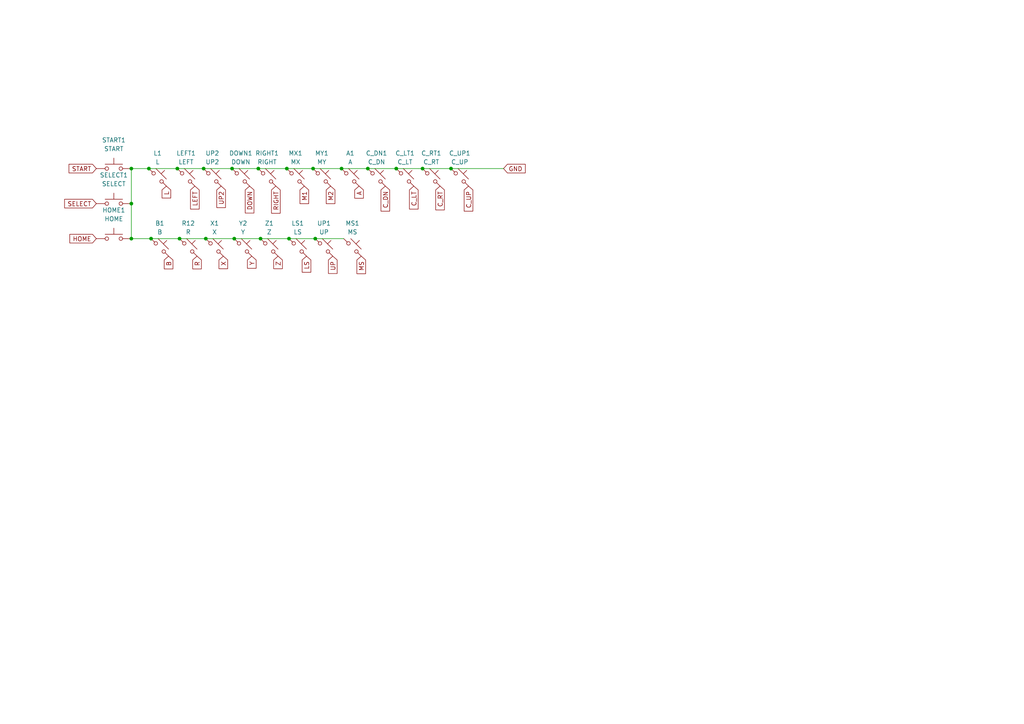
<source format=kicad_sch>
(kicad_sch (version 20231120) (generator "eeschema") (generator_version "8.0")
  (paper "A4")
  (lib_symbols
    (symbol "Switch:SW_Push" (pin_numbers hide) (pin_names (offset 1.016) hide)
      (property "Reference" "SW" (at 1.27 2.54 0))
      (property "Value" "SW_Push" (at 0 -1.524 0))
      (symbol "SW_Push_0_1"
        (circle (center -2.032 0) (radius 0.508))
        (polyline (pts (xy 0 1.27) (xy 0 3.048)))
        (polyline (pts (xy 2.54 1.27) (xy -2.54 1.27)))
        (circle (center 2.032 0) (radius 0.508))
        (pin passive line (at -5.08 0 0) (length 2.54) (name "1") (number "1"))
        (pin passive line (at 5.08 0 180) (length 2.54) (name "2") (number "2"))
      )
    )
    (symbol "Switch:SW_Push_45deg" (pin_numbers hide) (pin_names (offset 1.016) hide)
      (property "Reference" "SW" (at 3.048 1.016 0))
      (property "Value" "SW_Push_45deg" (at 0 -3.81 0))
      (symbol "SW_Push_45deg_0_1"
        (circle (center -1.1684 1.1684) (radius 0.508))
        (polyline (pts (xy -0.508 2.54) (xy 2.54 -0.508)))
        (polyline (pts (xy 1.016 1.016) (xy 2.032 2.032)))
        (polyline (pts (xy -2.54 2.54) (xy -1.524 1.524) (xy -1.524 1.524)))
        (polyline (pts (xy 1.524 -1.524) (xy 2.54 -2.54) (xy 2.54 -2.54) (xy 2.54 -2.54)))
        (circle (center 1.143 -1.1938) (radius 0.508))
        (pin passive line (at -2.54 2.54 0) (length 0) (name "1") (number "1"))
        (pin passive line (at 2.54 -2.54 180) (length 0) (name "2") (number "2"))
      )
    )
  )
  (junction (at 130.81 48.895))
  (junction (at 52.07 69.215))
  (junction (at 38.1 69.215))
  (junction (at 51.435 48.895))
  (junction (at 43.815 69.215))
  (junction (at 106.68 48.895))
  (junction (at 38.1 59.055))
  (junction (at 74.93 48.895))
  (junction (at 59.055 48.895))
  (junction (at 122.555 48.895))
  (junction (at 67.31 48.895))
  (junction (at 83.82 69.215))
  (junction (at 38.1 48.895))
  (junction (at 43.18 48.895))
  (junction (at 59.69 69.215))
  (junction (at 91.44 69.215))
  (junction (at 83.185 48.895))
  (junction (at 114.935 48.895))
  (junction (at 90.805 48.895))
  (junction (at 75.565 69.215))
  (junction (at 99.06 48.895))
  (junction (at 67.945 69.215))
  (wire (pts (xy 43.815 69.215) (xy 52.07 69.215)))
  (wire (pts (xy 75.565 69.215) (xy 83.82 69.215)))
  (wire (pts (xy 122.555 48.895) (xy 114.935 48.895)))
  (wire (pts (xy 38.1 59.055) (xy 38.1 69.215)))
  (wire (pts (xy 51.435 48.895) (xy 43.18 48.895)))
  (wire (pts (xy 38.1 48.895) (xy 38.1 59.055)))
  (wire (pts (xy 130.81 48.895) (xy 122.555 48.895)))
  (wire (pts (xy 74.93 48.895) (xy 67.31 48.895)))
  (wire (pts (xy 38.1 69.215) (xy 43.815 69.215)))
  (wire (pts (xy 90.805 48.895) (xy 83.185 48.895)))
  (wire (pts (xy 83.185 48.895) (xy 74.93 48.895)))
  (wire (pts (xy 146.05 48.895) (xy 130.81 48.895)))
  (wire (pts (xy 59.69 69.215) (xy 67.945 69.215)))
  (wire (pts (xy 99.06 48.895) (xy 90.805 48.895)))
  (wire (pts (xy 91.44 69.215) (xy 99.695 69.215)))
  (wire (pts (xy 67.31 48.895) (xy 59.055 48.895)))
  (wire (pts (xy 106.68 48.895) (xy 99.06 48.895)))
  (wire (pts (xy 59.055 48.895) (xy 51.435 48.895)))
  (wire (pts (xy 52.07 69.215) (xy 59.69 69.215)))
  (wire (pts (xy 83.82 69.215) (xy 91.44 69.215)))
  (wire (pts (xy 114.935 48.895) (xy 106.68 48.895)))
  (wire (pts (xy 43.18 48.895) (xy 38.1 48.895)))
  (wire (pts (xy 67.945 69.215) (xy 75.565 69.215)))
  (global_label "GND" (shape input) (at 146.05 48.895 0) (property "Intersheetrefs" "${INTERSHEET_REFS}" (effects (hide yes))))
  (global_label "C_DN" (shape input) (at 111.76 53.975 270) (property "Intersheetrefs" "${INTERSHEET_REFS}" (effects (hide yes))))
  (global_label "C_RT" (shape input) (at 127.635 53.975 270) (property "Intersheetrefs" "${INTERSHEET_REFS}" (effects (hide yes))))
  (global_label "START" (shape input) (at 27.94 48.895 180) (property "Intersheetrefs" "${INTERSHEET_REFS}" (effects (hide yes))))
  (global_label "R" (shape input) (at 57.15 74.295 270) (property "Intersheetrefs" "${INTERSHEET_REFS}" (effects (hide yes))))
  (global_label "UP" (shape input) (at 96.52 74.295 270) (property "Intersheetrefs" "${INTERSHEET_REFS}" (effects (hide yes))))
  (global_label "HOME" (shape input) (at 27.94 69.215 180) (property "Intersheetrefs" "${INTERSHEET_REFS}" (effects (hide yes))))
  (global_label "UP2" (shape input) (at 64.135 53.975 270) (property "Intersheetrefs" "${INTERSHEET_REFS}" (effects (hide yes))))
  (global_label "M1" (shape input) (at 88.265 53.975 270) (property "Intersheetrefs" "${INTERSHEET_REFS}" (effects (hide yes))))
  (global_label "RIGHT" (shape input) (at 80.01 53.975 270) (property "Intersheetrefs" "${INTERSHEET_REFS}" (effects (hide yes))))
  (global_label "M2" (shape input) (at 95.885 53.975 270) (property "Intersheetrefs" "${INTERSHEET_REFS}" (effects (hide yes))))
  (global_label "SELECT" (shape input) (at 27.94 59.055 180) (property "Intersheetrefs" "${INTERSHEET_REFS}" (effects (hide yes))))
  (global_label "DOWN" (shape input) (at 72.39 53.975 270) (property "Intersheetrefs" "${INTERSHEET_REFS}" (effects (hide yes))))
  (global_label "A" (shape input) (at 104.14 53.975 270) (property "Intersheetrefs" "${INTERSHEET_REFS}" (effects (hide yes))))
  (global_label "L" (shape input) (at 48.26 53.975 270) (property "Intersheetrefs" "${INTERSHEET_REFS}" (effects (hide yes))))
  (global_label "C_UP" (shape input) (at 135.89 53.975 270) (property "Intersheetrefs" "${INTERSHEET_REFS}" (effects (hide yes))))
  (global_label "LS" (shape input) (at 88.9 74.295 270) (property "Intersheetrefs" "${INTERSHEET_REFS}" (effects (hide yes))))
  (global_label "Y" (shape input) (at 73.025 74.295 270) (property "Intersheetrefs" "${INTERSHEET_REFS}" (effects (hide yes))))
  (global_label "X" (shape input) (at 64.77 74.295 270) (property "Intersheetrefs" "${INTERSHEET_REFS}" (effects (hide yes))))
  (global_label "C_LT" (shape input) (at 120.015 53.975 270) (property "Intersheetrefs" "${INTERSHEET_REFS}" (effects (hide yes))))
  (global_label "MS" (shape input) (at 104.775 74.295 270) (property "Intersheetrefs" "${INTERSHEET_REFS}" (effects (hide yes))))
  (global_label "B" (shape input) (at 48.895 74.295 270) (property "Intersheetrefs" "${INTERSHEET_REFS}" (effects (hide yes))))
  (global_label "LEFT" (shape input) (at 56.515 53.975 270) (property "Intersheetrefs" "${INTERSHEET_REFS}" (effects (hide yes))))
  (global_label "Z" (shape input) (at 80.645 74.295 270) (property "Intersheetrefs" "${INTERSHEET_REFS}" (effects (hide yes))))
  (symbol (lib_id "Switch:SW_Push_45deg") (at 69.85 51.435 0) (unit 1)
    (property "Reference" "DOWN1" (at 69.85 44.45 0))
    (property "Value" "DOWN" (at 69.85 46.99 0))
    (property "Footprint" "PCM_marbastlib-mx:SW_MX_HS_CPG151101S11_1u" (effects (hide yes)))
    (property "Description" "Push button switch, normally open, two pins, 45° tilted" (effects (hide yes)))
  )
  (symbol (lib_id "Switch:SW_Push_45deg") (at 53.975 51.435 0) (unit 1)
    (property "Reference" "LEFT1" (at 53.975 44.45 0))
    (property "Value" "LEFT" (at 53.975 46.99 0))
    (property "Footprint" "PCM_marbastlib-mx:SW_MX_HS_CPG151101S11_1u" (effects (hide yes)))
    (property "Description" "Push button switch, normally open, two pins, 45° tilted" (effects (hide yes)))
  )
  (symbol (lib_id "Switch:SW_Push_45deg") (at 109.22 51.435 0) (unit 1)
    (property "Reference" "C_DN1" (at 109.22 44.45 0))
    (property "Value" "C_DN" (at 109.22 46.99 0))
    (property "Footprint" "PCM_marbastlib-mx:SW_MX_HS_CPG151101S11_1u" (effects (hide yes)))
    (property "Description" "Push button switch, normally open, two pins, 45° tilted" (effects (hide yes)))
  )
  (symbol (lib_id "Switch:SW_Push_45deg") (at 93.98 71.755 0) (unit 1)
    (property "Reference" "UP1" (at 93.98 64.77 0))
    (property "Value" "UP" (at 93.98 67.31 0))
    (property "Footprint" "PCM_marbastlib-mx:SW_MX_HS_CPG151101S11_1u" (effects (hide yes)))
    (property "Description" "Push button switch, normally open, two pins, 45° tilted" (effects (hide yes)))
  )
  (symbol (lib_id "Switch:SW_Push_45deg") (at 46.355 71.755 0) (unit 1)
    (property "Reference" "B1" (at 46.355 64.77 0))
    (property "Value" "B" (at 46.355 67.31 0))
    (property "Footprint" "PCM_marbastlib-mx:SW_MX_HS_CPG151101S11_1u" (effects (hide yes)))
    (property "Description" "Push button switch, normally open, two pins, 45° tilted" (effects (hide yes)))
  )
  (symbol (lib_id "Switch:SW_Push") (at 33.02 48.895 0) (unit 1)
    (property "Reference" "START1" (at 33.02 40.64 0))
    (property "Value" "START" (at 33.02 43.18 0))
    (property "Footprint" "Button_Switch_THT:SW_PUSH_6mm_H7.3mm" (effects (hide yes)))
    (property "Description" "Push button switch, generic, two pins" (effects (hide yes)))
  )
  (symbol (lib_id "Switch:SW_Push_45deg") (at 62.23 71.755 0) (unit 1)
    (property "Reference" "X1" (at 62.23 64.77 0))
    (property "Value" "X" (at 62.23 67.31 0))
    (property "Footprint" "PCM_marbastlib-mx:SW_MX_HS_CPG151101S11_1u" (effects (hide yes)))
    (property "Description" "Push button switch, normally open, two pins, 45° tilted" (effects (hide yes)))
  )
  (symbol (lib_id "Switch:SW_Push_45deg") (at 70.485 71.755 0) (unit 1)
    (property "Reference" "Y2" (at 70.485 64.77 0))
    (property "Value" "Y" (at 70.485 67.31 0))
    (property "Footprint" "PCM_marbastlib-mx:SW_MX_HS_CPG151101S11_1u" (effects (hide yes)))
    (property "Description" "Push button switch, normally open, two pins, 45° tilted" (effects (hide yes)))
  )
  (symbol (lib_id "Switch:SW_Push_45deg") (at 133.35 51.435 0) (unit 1)
    (property "Reference" "C_UP1" (at 133.35 44.45 0))
    (property "Value" "C_UP" (at 133.35 46.99 0))
    (property "Footprint" "PCM_marbastlib-mx:SW_MX_HS_CPG151101S11_1u" (effects (hide yes)))
    (property "Description" "Push button switch, normally open, two pins, 45° tilted" (effects (hide yes)))
  )
  (symbol (lib_id "Switch:SW_Push_45deg") (at 77.47 51.435 0) (unit 1)
    (property "Reference" "RIGHT1" (at 77.47 44.45 0))
    (property "Value" "RIGHT" (at 77.47 46.99 0))
    (property "Footprint" "PCM_marbastlib-mx:SW_MX_HS_CPG151101S11_1u" (effects (hide yes)))
    (property "Description" "Push button switch, normally open, two pins, 45° tilted" (effects (hide yes)))
  )
  (symbol (lib_id "Switch:SW_Push_45deg") (at 78.105 71.755 0) (unit 1)
    (property "Reference" "Z1" (at 78.105 64.77 0))
    (property "Value" "Z" (at 78.105 67.31 0))
    (property "Footprint" "PCM_marbastlib-mx:SW_MX_HS_CPG151101S11_1u" (effects (hide yes)))
    (property "Description" "Push button switch, normally open, two pins, 45° tilted" (effects (hide yes)))
  )
  (symbol (lib_id "Switch:SW_Push_45deg") (at 45.72 51.435 0) (unit 1)
    (property "Reference" "L1" (at 45.72 44.45 0))
    (property "Value" "L" (at 45.72 46.99 0))
    (property "Footprint" "PCM_marbastlib-mx:SW_MX_HS_CPG151101S11_1u" (effects (hide yes)))
    (property "Description" "Push button switch, normally open, two pins, 45° tilted" (effects (hide yes)))
  )
  (symbol (lib_id "Switch:SW_Push_45deg") (at 102.235 71.755 0) (unit 1)
    (property "Reference" "MS1" (at 102.235 64.77 0))
    (property "Value" "MS" (at 102.235 67.31 0))
    (property "Footprint" "PCM_marbastlib-mx:SW_MX_HS_CPG151101S11_1u" (effects (hide yes)))
    (property "Description" "Push button switch, normally open, two pins, 45° tilted" (effects (hide yes)))
  )
  (symbol (lib_id "Switch:SW_Push_45deg") (at 54.61 71.755 0) (unit 1)
    (property "Reference" "R12" (at 54.61 64.77 0))
    (property "Value" "R" (at 54.61 67.31 0))
    (property "Footprint" "PCM_marbastlib-mx:SW_MX_HS_CPG151101S11_1u" (effects (hide yes)))
    (property "Description" "Push button switch, normally open, two pins, 45° tilted" (effects (hide yes)))
  )
  (symbol (lib_id "Switch:SW_Push_45deg") (at 125.095 51.435 0) (unit 1)
    (property "Reference" "C_RT1" (at 125.095 44.45 0))
    (property "Value" "C_RT" (at 125.095 46.99 0))
    (property "Footprint" "PCM_marbastlib-mx:SW_MX_HS_CPG151101S11_1u" (effects (hide yes)))
    (property "Description" "Push button switch, normally open, two pins, 45° tilted" (effects (hide yes)))
  )
  (symbol (lib_id "Switch:SW_Push") (at 33.02 69.215 0) (unit 1)
    (property "Reference" "HOME1" (at 33.02 60.96 0))
    (property "Value" "HOME" (at 33.02 63.5 0))
    (property "Footprint" "Button_Switch_THT:SW_PUSH_6mm_H7.3mm" (effects (hide yes)))
    (property "Description" "Push button switch, generic, two pins" (effects (hide yes)))
  )
  (symbol (lib_id "Switch:SW_Push_45deg") (at 101.6 51.435 0) (unit 1)
    (property "Reference" "A1" (at 101.6 44.45 0))
    (property "Value" "A" (at 101.6 46.99 0))
    (property "Footprint" "PCM_marbastlib-mx:SW_MX_HS_CPG151101S11_1u" (effects (hide yes)))
    (property "Description" "Push button switch, normally open, two pins, 45° tilted" (effects (hide yes)))
  )
  (symbol (lib_id "Switch:SW_Push_45deg") (at 93.345 51.435 0) (unit 1)
    (property "Reference" "MY1" (at 93.345 44.45 0))
    (property "Value" "MY" (at 93.345 46.99 0))
    (property "Footprint" "PCM_marbastlib-mx:SW_MX_HS_CPG151101S11_1u" (effects (hide yes)))
    (property "Description" "Push button switch, normally open, two pins, 45° tilted" (effects (hide yes)))
  )
  (symbol (lib_id "Switch:SW_Push_45deg") (at 61.595 51.435 0) (unit 1)
    (property "Reference" "UP2" (at 61.595 44.45 0))
    (property "Value" "UP2" (at 61.595 46.99 0))
    (property "Footprint" "PCM_marbastlib-mx:SW_MX_HS_CPG151101S11_1u" (effects (hide yes)))
    (property "Description" "Push button switch, normally open, two pins, 45° tilted" (effects (hide yes)))
  )
  (symbol (lib_id "Switch:SW_Push_45deg") (at 86.36 71.755 0) (unit 1)
    (property "Reference" "LS1" (at 86.36 64.77 0))
    (property "Value" "LS" (at 86.36 67.31 0))
    (property "Footprint" "PCM_marbastlib-mx:SW_MX_HS_CPG151101S11_1u" (effects (hide yes)))
    (property "Description" "Push button switch, normally open, two pins, 45° tilted" (effects (hide yes)))
  )
  (symbol (lib_id "Switch:SW_Push") (at 33.02 59.055 0) (unit 1)
    (property "Reference" "SELECT1" (at 33.02 50.8 0))
    (property "Value" "SELECT" (at 33.02 53.34 0))
    (property "Footprint" "Button_Switch_THT:SW_PUSH_6mm_H7.3mm" (effects (hide yes)))
    (property "Description" "Push button switch, generic, two pins" (effects (hide yes)))
  )
  (symbol (lib_id "Switch:SW_Push_45deg") (at 85.725 51.435 0) (unit 1)
    (property "Reference" "MX1" (at 85.725 44.45 0))
    (property "Value" "MX" (at 85.725 46.99 0))
    (property "Footprint" "PCM_marbastlib-mx:SW_MX_HS_CPG151101S11_1u" (effects (hide yes)))
    (property "Description" "Push button switch, normally open, two pins, 45° tilted" (effects (hide yes)))
  )
  (symbol (lib_id "Switch:SW_Push_45deg") (at 117.475 51.435 0) (unit 1)
    (property "Reference" "C_LT1" (at 117.475 44.45 0))
    (property "Value" "C_LT" (at 117.475 46.99 0))
    (property "Footprint" "PCM_marbastlib-mx:SW_MX_HS_CPG151101S11_1u" (effects (hide yes)))
    (property "Description" "Push button switch, normally open, two pins, 45° tilted" (effects (hide yes)))
  )
)
</source>
